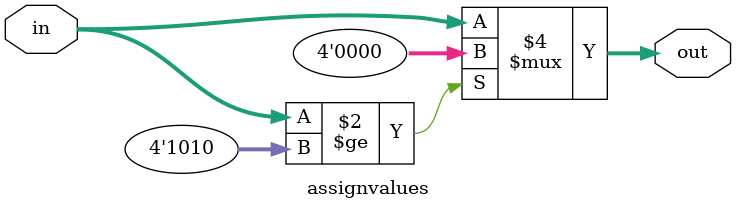
<source format=v>
module scorehand(in1, in2, in3, score);
parameter n = 4;
input [n-1:0] in1, in2, in3;
output wire [n-1:0] score;

wire [n-1:0] in1value, in2value, in3value;

assignvalues i1(in1, in1value);
assignvalues i2(in2, in2value);
assignvalues i3(in3, in3value);


assign score = (in1value + in2value + in3value) % 10;

endmodule

module assignvalues(in, out);
parameter n = 4;
input [n-1:0] in;
output reg [n-1:0] out;

always@(*)
begin
	if (in >= 4'b1010)
		out = 4'b0000;
	else
		out = in;
end

endmodule
</source>
